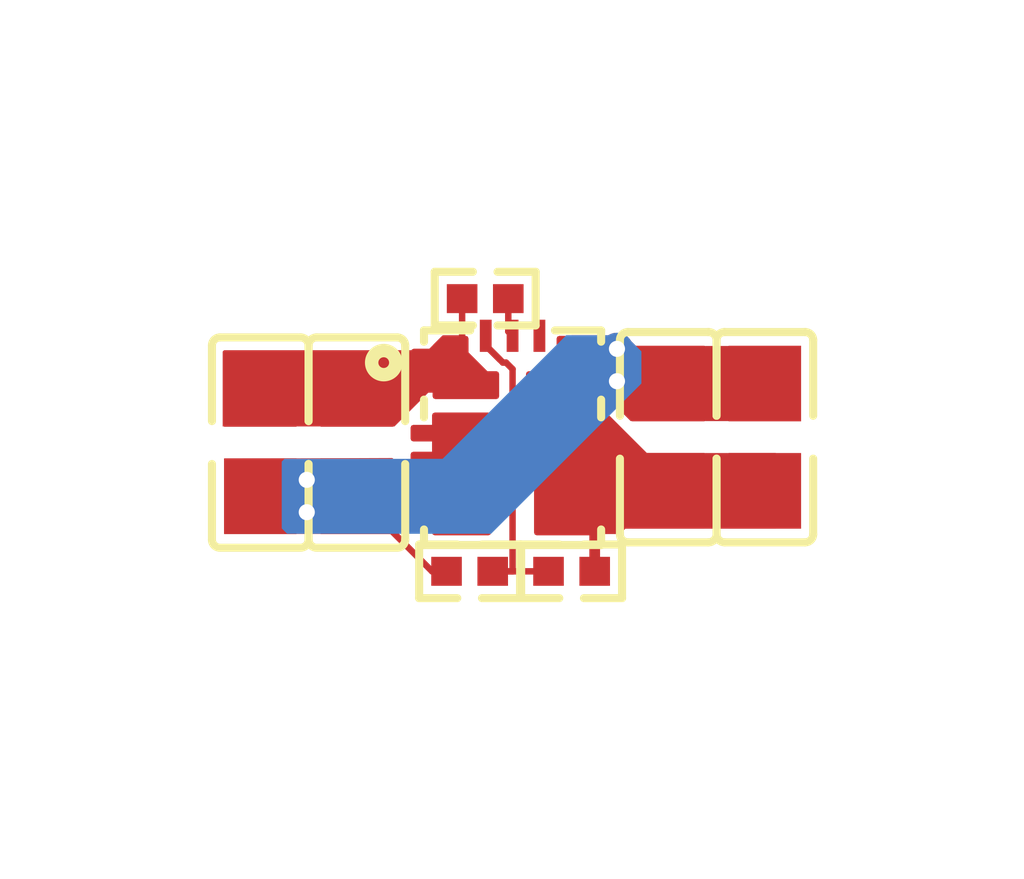
<source format=kicad_pcb>
(kicad_pcb (version 20241229) (generator "pcbnew") (generator_version "9.0")
  (layers (0 "F.Cu" signal) (2 "B.Cu" signal) (13 "F.Paste" user) (15 "B.Paste" user) (5 "F.SilkS" user "F.Silkscreen") (7 "B.SilkS" user "B.Silkscreen") (1 "F.Mask" user) (3 "B.Mask" user) (25 "Edge.Cuts" user))
  (net 0 "")
  (net 1 "power-VCC")
  (net 2 "VDIV_OUTPUT")
  (net 3 "GND")
  (net 4 "PG")
  (net 5 "SW")
  (net 6 "EN")
  (net 7 "power_in-VCC")
  (footprint "UNI_ROYAL_0402WGF1002TCE:R0402" (layer "F.Cu") (at 121.9 62 180)
    (property "Reference" "R2" (hide yes))
    (property "Value" "10kΩ ±1% 62.5mW")
    (fp_line (start 0.94 0.5) (end 0.94 -0.5) (stroke (width 0.15)) (layer "F.SilkS"))
    (fp_line (start 0.94 -0.5) (end 0.23 -0.5) (stroke (width 0.15)) (layer "F.SilkS"))
    (fp_line (start 0.23 0.5) (end 0.94 0.5) (stroke (width 0.15)) (layer "F.SilkS"))
    (fp_line (start -0.23 0.5) (end -0.94 0.5) (stroke (width 0.15)) (layer "F.SilkS"))
    (fp_line (start -0.94 0.5) (end -0.94 -0.5) (stroke (width 0.15)) (layer "F.SilkS"))
    (fp_line (start -0.94 -0.5) (end -0.23 -0.5) (stroke (width 0.15)) (layer "F.SilkS"))
    (pad "1" smd rect (at -0.43 0 180) (size 0.57 0.54) (layers "F.Cu" "F.Mask" "F.Paste") (net 1 "power-VCC"))
    (pad "2" smd rect (at 0.43 0 180) (size 0.57 0.54) (layers "F.Cu" "F.Mask" "F.Paste") (net 2 "VDIV_OUTPUT"))
  )
  (footprint "Murata_Electronics_GRM21BZ71A226ME15L:C0805" (layer "F.Cu") (at 123.7 59.5 90)
    (property "Reference" "C4" (hide yes))
    (property "Value" "22µF ±20% 10V X7R")
    (fp_line (start 1.81 -0.9) (end 0.4 -0.9) (stroke (width 0.15)) (layer "F.SilkS"))
    (fp_line (start -1.81 -0.9) (end -0.4 -0.9) (stroke (width 0.15)) (layer "F.SilkS"))
    (fp_line (start 1.96 0.75) (end 1.96 -0.75) (stroke (width 0.15)) (layer "F.SilkS"))
    (fp_line (start -1.96 0.75) (end -1.96 -0.75) (stroke (width 0.15)) (layer "F.SilkS"))
    (fp_line (start 0.4 0.9) (end 1.81 0.9) (stroke (width 0.15)) (layer "F.SilkS"))
    (fp_line (start -0.4 0.9) (end -1.81 0.9) (stroke (width 0.15)) (layer "F.SilkS"))
    (fp_arc (start 1.81 -0.9) (mid 1.916066 -0.856066) (end 1.96 -0.75) (stroke (width 0.15)) (layer "F.SilkS"))
    (fp_arc (start -1.96 -0.75) (mid -1.916066 -0.856066) (end -1.81 -0.9) (stroke (width 0.15)) (layer "F.SilkS"))
    (fp_arc (start 1.96 0.75) (mid 1.916066 0.856066) (end 1.81 0.9) (stroke (width 0.15)) (layer "F.SilkS"))
    (fp_arc (start -1.81 0.9) (mid -1.916066 0.856066) (end -1.96 0.75) (stroke (width 0.15)) (layer "F.SilkS"))
    (pad "1" smd rect (at -1 0 90) (size 1.41 1.35) (layers "F.Cu" "F.Mask" "F.Paste") (net 1 "power-VCC"))
    (pad "2" smd rect (at 1 0 90) (size 1.41 1.35) (layers "F.Cu" "F.Mask" "F.Paste") (net 3 "GND"))
  )
  (footprint "UNI_ROYAL_0402WGF1002TCE:R0402" (layer "F.Cu") (at 120.290239 56.917233 0)
    (property "Reference" "R3" (hide yes))
    (property "Value" "10kΩ ±1% 62.5mW")
    (fp_line (start -0.94 -0.5) (end -0.23 -0.5) (stroke (width 0.15)) (layer "F.SilkS"))
    (fp_line (start -0.94 0.5) (end -0.94 -0.5) (stroke (width 0.15)) (layer "F.SilkS"))
    (fp_line (start -0.23 0.5) (end -0.94 0.5) (stroke (width 0.15)) (layer "F.SilkS"))
    (fp_line (start 0.23 0.5) (end 0.94 0.5) (stroke (width 0.15)) (layer "F.SilkS"))
    (fp_line (start 0.94 -0.5) (end 0.23 -0.5) (stroke (width 0.15)) (layer "F.SilkS"))
    (fp_line (start 0.94 0.5) (end 0.94 -0.5) (stroke (width 0.15)) (layer "F.SilkS"))
    (pad "1" smd rect (at -0.43 0 0) (size 0.57 0.54) (layers "F.Cu" "F.Mask" "F.Paste") (net 7 "power_in-VCC"))
    (pad "2" smd rect (at 0.43 0 0) (size 0.57 0.54) (layers "F.Cu" "F.Mask" "F.Paste") (net 6 "EN"))
  )
  (footprint "UNI_ROYAL_0402WGF1002TCE:R0402" (layer "F.Cu") (at 120 62 180)
    (property "Reference" "R1" (hide yes))
    (property "Value" "10kΩ ±1% 62.5mW")
    (fp_line (start 0.94 0.5) (end 0.94 -0.5) (stroke (width 0.15)) (layer "F.SilkS"))
    (fp_line (start 0.94 -0.5) (end 0.23 -0.5) (stroke (width 0.15)) (layer "F.SilkS"))
    (fp_line (start 0.23 0.5) (end 0.94 0.5) (stroke (width 0.15)) (layer "F.SilkS"))
    (fp_line (start -0.23 0.5) (end -0.94 0.5) (stroke (width 0.15)) (layer "F.SilkS"))
    (fp_line (start -0.94 0.5) (end -0.94 -0.5) (stroke (width 0.15)) (layer "F.SilkS"))
    (fp_line (start -0.94 -0.5) (end -0.23 -0.5) (stroke (width 0.15)) (layer "F.SilkS"))
    (pad "1" smd rect (at -0.43 0 180) (size 0.57 0.54) (layers "F.Cu" "F.Mask" "F.Paste") (net 2 "VDIV_OUTPUT"))
    (pad "2" smd rect (at 0.43 0 180) (size 0.57 0.54) (layers "F.Cu" "F.Mask" "F.Paste") (net 3 "GND"))
  )
  (footprint "Murata_Electronics_GRM21BZ71E106KE15L:C0805" (layer "F.Cu") (at 117.9 59.6 -90)
    (property "Reference" "C2" (hide yes))
    (property "Value" "10µF ±10% 25V X7R")
    (fp_line (start -0.4 0.9) (end -1.81 0.9) (stroke (width 0.15)) (layer "F.SilkS"))
    (fp_line (start 0.4 0.9) (end 1.81 0.9) (stroke (width 0.15)) (layer "F.SilkS"))
    (fp_line (start -1.96 0.75) (end -1.96 -0.75) (stroke (width 0.15)) (layer "F.SilkS"))
    (fp_line (start 1.96 0.75) (end 1.96 -0.75) (stroke (width 0.15)) (layer "F.SilkS"))
    (fp_line (start -1.81 -0.9) (end -0.4 -0.9) (stroke (width 0.15)) (layer "F.SilkS"))
    (fp_line (start 1.81 -0.9) (end 0.4 -0.9) (stroke (width 0.15)) (layer "F.SilkS"))
    (fp_arc (start -1.81 0.9) (mid -1.916066 0.856066) (end -1.96 0.75) (stroke (width 0.15)) (layer "F.SilkS"))
    (fp_arc (start 1.96 0.75) (mid 1.916066 0.856066) (end 1.81 0.9) (stroke (width 0.15)) (layer "F.SilkS"))
    (fp_arc (start -1.96 -0.75) (mid -1.916066 -0.856066) (end -1.81 -0.9) (stroke (width 0.15)) (layer "F.SilkS"))
    (fp_arc (start 1.81 -0.9) (mid 1.916066 -0.856066) (end 1.96 -0.75) (stroke (width 0.15)) (layer "F.SilkS"))
    (pad "1" smd rect (at -1 0 270) (size 1.41 1.35) (layers "F.Cu" "F.Mask" "F.Paste") (net 7 "power_in-VCC"))
    (pad "2" smd rect (at 1 0 270) (size 1.41 1.35) (layers "F.Cu" "F.Mask" "F.Paste") (net 3 "GND"))
  )
  (footprint "Murata_Electronics_GRM21BZ71E106KE15L:C0805" (layer "F.Cu") (at 116.1 59.6 -90)
    (property "Reference" "C1" (hide yes))
    (property "Value" "10µF ±10% 25V X7R")
    (fp_line (start -0.4 0.9) (end -1.81 0.9) (stroke (width 0.15)) (layer "F.SilkS"))
    (fp_line (start 0.4 0.9) (end 1.81 0.9) (stroke (width 0.15)) (layer "F.SilkS"))
    (fp_line (start -1.96 0.75) (end -1.96 -0.75) (stroke (width 0.15)) (layer "F.SilkS"))
    (fp_line (start 1.96 0.75) (end 1.96 -0.75) (stroke (width 0.15)) (layer "F.SilkS"))
    (fp_line (start -1.81 -0.9) (end -0.4 -0.9) (stroke (width 0.15)) (layer "F.SilkS"))
    (fp_line (start 1.81 -0.9) (end 0.4 -0.9) (stroke (width 0.15)) (layer "F.SilkS"))
    (fp_arc (start -1.81 0.9) (mid -1.916066 0.856066) (end -1.96 0.75) (stroke (width 0.15)) (layer "F.SilkS"))
    (fp_arc (start 1.96 0.75) (mid 1.916066 0.856066) (end 1.81 0.9) (stroke (width 0.15)) (layer "F.SilkS"))
    (fp_arc (start -1.96 -0.75) (mid -1.916066 -0.856066) (end -1.81 -0.9) (stroke (width 0.15)) (layer "F.SilkS"))
    (fp_arc (start 1.81 -0.9) (mid 1.916066 -0.856066) (end 1.96 -0.75) (stroke (width 0.15)) (layer "F.SilkS"))
    (pad "1" smd rect (at -1 0 270) (size 1.41 1.35) (layers "F.Cu" "F.Mask" "F.Paste") (net 7 "power_in-VCC"))
    (pad "2" smd rect (at 1 0 270) (size 1.41 1.35) (layers "F.Cu" "F.Mask" "F.Paste") (net 3 "GND"))
  )
  (footprint "TEXAS_INSTRUMENTS_TPSM863257RDXR:QFN-7_L4.0-W3.3_TPSM863257RDXR" (layer "F.Cu") (at 120.8 58.9 0)
    (property "Reference" "U1" (hide yes))
    (property "Value" "")
    (fp_line (start -1.65 -1.39) (end -1.65 -1.18) (stroke (width 0.15)) (layer "F.SilkS"))
    (fp_line (start -1.65 0.23) (end -1.65 -0.1) (stroke (width 0.15)) (layer "F.SilkS"))
    (fp_line (start -1.65 2.61) (end -1.65 2.32) (stroke (width 0.15)) (layer "F.SilkS"))
    (fp_line (start -1.65 2.61) (end 1.65 2.61) (stroke (width 0.15)) (layer "F.SilkS"))
    (fp_line (start -0.79 -1.39) (end -1.65 -1.39) (stroke (width 0.15)) (layer "F.SilkS"))
    (fp_line (start 1.65 -1.39) (end 0.79 -1.39) (stroke (width 0.15)) (layer "F.SilkS"))
    (fp_line (start 1.65 -1.18) (end 1.65 -1.39) (stroke (width 0.15)) (layer "F.SilkS"))
    (fp_line (start 1.65 0.23) (end 1.65 -0.1) (stroke (width 0.15)) (layer "F.SilkS"))
    (fp_line (start 1.65 2.61) (end 1.65 2.32) (stroke (width 0.15)) (layer "F.SilkS"))
    (fp_circle (center -2.4 -0.79) (end -2.3 -0.79) (stroke (width 0.25)) (fill no) (layer "F.SilkS"))
    (pad "1" smd custom (at -0.97 -0.7 0) (size 0.01 0.01) (layers "F.Cu" "F.Mask" "F.Paste") (net 7 "power_in-VCC") (options (clearance outline) (anchor circle)) (primitives (gr_poly (pts (xy 0.1 -0.26) (xy 0.1 -0.54) (xy -0.32 -0.54) (xy -0.47 -0.39) (xy -0.47 -0.3) (xy -0.87 -0.3) (xy -0.87 -0.08) (xy -0.68 -0.08) (xy -0.47 -0.08) (xy -0.47 0.2) (xy -0.68 0.2) (xy -0.87 0.2) (xy -0.87 0.42) (xy -0.68 0.42) (xy -0.47 0.42) (xy -0.47 0.54) (xy 0.67 0.54) (xy 0.67 0.12) (xy 0.48 0.12) (xy 0.1 -0.26)) (width 0.1) (fill yes))))
    (pad "2" smd custom (at -1.05 1.29 0) (size 0.01 0.01) (layers "F.Cu" "F.Mask" "F.Paste") (net 5 "SW") (options (clearance outline) (anchor circle)) (primitives (gr_poly (pts (xy 0.6 1.09) (xy 0.6 -1.1) (xy -0.4 -1.1) (xy -0.4 -0.87) (xy -0.8 -0.87) (xy -0.8 -0.66) (xy -0.4 -0.66) (xy -0.4 -0.37) (xy -0.8 -0.37) (xy -0.8 -0.16) (xy -0.4 -0.16) (xy -0.4 0.13) (xy -0.8 0.13) (xy -0.8 0.34) (xy -0.4 0.34) (xy -0.4 0.63) (xy -0.8 0.63) (xy -0.8 0.84) (xy -0.4 0.84) (xy -0.4 1.09) (xy 0.6 1.09)) (width 0.1) (fill yes))))
    (pad "3" smd custom (at 1.05 1.29 0) (size 0.01 0.01) (layers "F.Cu" "F.Mask" "F.Paste") (net 1 "power-VCC") (options (clearance outline) (anchor circle)) (primitives (gr_poly (pts (xy 0.4 -0.87) (xy 0.4 -1.1) (xy -0.6 -1.1) (xy -0.6 1.09) (xy 0.4 1.09) (xy 0.4 0.84) (xy 0.8 0.84) (xy 0.8 0.63) (xy 0.4 0.63) (xy 0.4 0.34) (xy 0.8 0.34) (xy 0.8 0.13) (xy 0.4 0.13) (xy 0.4 -0.16) (xy 0.8 -0.16) (xy 0.8 -0.37) (xy 0.4 -0.37) (xy 0.4 -0.66) (xy 0.8 -0.66) (xy 0.8 -0.87) (xy 0.4 -0.87)) (width 0.1) (fill yes))))
    (pad "4" smd custom (at 0.98 -0.7 0) (size 0.01 0.01) (layers "F.Cu" "F.Mask" "F.Paste") (net 3 "GND") (options (clearance outline) (anchor circle)) (primitives (gr_poly (pts (xy -0.11 -0.54) (xy -0.11 -0.26) (xy -0.49 0.12) (xy -0.68 0.12) (xy -0.68 0.54) (xy 0.46 0.54) (xy 0.46 0.42) (xy 0.86 0.42) (xy 0.86 0.2) (xy 0.46 0.2) (xy 0.46 -0.08) (xy 0.86 -0.08) (xy 0.86 -0.3) (xy 0.46 -0.3) (xy 0.46 -0.54) (xy -0.11 -0.54)) (width 0.1) (fill yes))))
    (pad "5" smd rect (at 0.5 -1.29 0) (size 0.22 0.6) (layers "F.Cu" "F.Mask" "F.Paste") (net 4 "PG"))
    (pad "6" smd rect (at 0 -1.29 0) (size 0.22 0.6) (layers "F.Cu" "F.Mask" "F.Paste") (net 6 "EN"))
    (pad "7" smd rect (at -0.5 -1.29 0) (size 0.22 0.6) (layers "F.Cu" "F.Mask" "F.Paste") (net 2 "VDIV_OUTPUT"))
  )
  (footprint "Murata_Electronics_GRM21BZ71A226ME15L:C0805" (layer "F.Cu") (at 125.5 59.5 90)
    (property "Reference" "C3" (hide yes))
    (property "Value" "22µF ±20% 10V X7R")
    (fp_line (start 1.81 -0.9) (end 0.4 -0.9) (stroke (width 0.15)) (layer "F.SilkS"))
    (fp_line (start -1.81 -0.9) (end -0.4 -0.9) (stroke (width 0.15)) (layer "F.SilkS"))
    (fp_line (start 1.96 0.75) (end 1.96 -0.75) (stroke (width 0.15)) (layer "F.SilkS"))
    (fp_line (start -1.96 0.75) (end -1.96 -0.75) (stroke (width 0.15)) (layer "F.SilkS"))
    (fp_line (start 0.4 0.9) (end 1.81 0.9) (stroke (width 0.15)) (layer "F.SilkS"))
    (fp_line (start -0.4 0.9) (end -1.81 0.9) (stroke (width 0.15)) (layer "F.SilkS"))
    (fp_arc (start 1.81 -0.9) (mid 1.916066 -0.856066) (end 1.96 -0.75) (stroke (width 0.15)) (layer "F.SilkS"))
    (fp_arc (start -1.96 -0.75) (mid -1.916066 -0.856066) (end -1.81 -0.9) (stroke (width 0.15)) (layer "F.SilkS"))
    (fp_arc (start 1.96 0.75) (mid 1.916066 0.856066) (end 1.81 0.9) (stroke (width 0.15)) (layer "F.SilkS"))
    (fp_arc (start -1.81 0.9) (mid -1.916066 0.856066) (end -1.96 0.75) (stroke (width 0.15)) (layer "F.SilkS"))
    (pad "1" smd rect (at -1 0 90) (size 1.41 1.35) (layers "F.Cu" "F.Mask" "F.Paste") (net 1 "power-VCC"))
    (pad "2" smd rect (at 1 0 90) (size 1.41 1.35) (layers "F.Cu" "F.Mask" "F.Paste") (net 3 "GND"))
  )
  (via (at 122.744648 57.853392) (size 0.6) (drill 0.3) (layers "F.Cu" "B.Cu") (net 3))
  (via (at 116.966393 60.898162) (size 0.6) (drill 0.3) (layers "F.Cu" "B.Cu") (net 3))
  (via (at 122.744648 58.456509) (size 0.6) (drill 0.3) (layers "F.Cu" "B.Cu") (net 3))
  (via (at 116.966393 60.295045) (size 0.6) (drill 0.3) (layers "F.Cu" "B.Cu") (net 3))
  (segment (start 122.33 60.67) (end 121.85 60.19) (width 0.2) (net 1) (layer "F.Cu"))
  (segment (start 122.33 62) (end 122.33 60.67) (width 0.2) (net 1) (layer "F.Cu"))
  (segment (start 120.678984 58.11) (end 120.620138 58.11) (width 0.12) (net 2) (layer "F.Cu"))
  (segment (start 120.3 57.789864) (end 120.3 57.61) (width 0.12) (net 2) (layer "F.Cu"))
  (segment (start 120.3 57.61) (end 120.3 57.789863) (width 0.12) (net 2) (layer "F.Cu"))
  (segment (start 120.3 57.789863) (end 120.561056 58.050919) (width 0.12) (net 2) (layer "F.Cu"))
  (segment (start 121.47 62) (end 120.43 62) (width 0.12) (net 2) (layer "F.Cu"))
  (segment (start 120.8 58.231016) (end 120.678984 58.11) (width 0.12) (net 2) (layer "F.Cu"))
  (segment (start 120.620138 58.11) (end 120.3 57.789864) (width 0.12) (net 2) (layer "F.Cu"))
  (segment (start 120.8 62) (end 120.8 58.231016) (width 0.12) (net 2) (layer "F.Cu"))
  (segment (start 120.43 62) (end 120.8 62) (width 0.12) (net 2) (layer "F.Cu"))
  (segment (start 119.57 62) (end 119.3 62) (width 0.12) (net 3) (layer "F.Cu"))
  (segment (start 119.3 62) (end 117.9 60.6) (width 0.12) (net 3) (layer "F.Cu"))
  (segment (start 120.720239 57.530239) (end 120.8 57.61) (width 0.12) (net 6) (layer "F.Cu"))
  (segment (start 120.720239 56.917233) (end 120.720239 57.530239) (width 0.12) (net 6) (layer "F.Cu"))
  (segment (start 119.860239 56.917233) (end 119.860239 58.169761) (width 0.12) (net 7) (layer "F.Cu"))
  (segment (start 119.860239 58.169761) (end 119.83 58.2) (width 0.12) (net 7) (layer "F.Cu"))
  (gr_poly (pts (xy 115.42537 57.878708) (xy 119.221292 57.878708) (xy 119.5 57.6) (xy 119.8 57.6) (xy 119.9 57.7) (xy 119.9 58) (xy 118.6 59.3) (xy 115.4 59.3) (xy 115.4 57.904078)) (fill yes) (layer "F.Cu"))
  (gr_poly (pts (xy 121.1 58.8) (xy 122.6 58.8) (xy 123 59.2) (xy 125.7 59.2) (xy 125.8 59.1) (xy 125.8 57.8) (xy 123.1 57.8) (xy 122.9 57.6) (xy 121.9 57.6) (xy 121.1 58.4)) (fill yes) (layer "F.Cu"))
  (gr_poly (pts (xy 122.153544 59.040274) (xy 122.540274 59.040274) (xy 123.3 59.8) (xy 125.7 59.8) (xy 125.7 61.2) (xy 122.9 61.2) (xy 122.8 61.3) (xy 122 61.3) (xy 121.9 61.2) (xy 121.9 59.293818)) (stroke (width 0.01)) (fill yes) (layer "F.Cu"))
  (gr_poly (pts (xy 115.435203 59.899317) (xy 118.564243 59.888602) (xy 118.564243 61.303099) (xy 115.435203 61.303099) (xy 115.456692 61.234468) (xy 115.449892 61.091666) (xy 115.435203 60.735203)) (fill yes) (layers "F.Cu" "F.Mask"))
  (gr_poly (pts (xy 116.552301 59.903201) (xy 119.496799 59.903201) (xy 121.8 57.6) (xy 122.9 57.6) (xy 123.2 57.9) (xy 123.2 58.5) (xy 120.4 61.3) (xy 116.6 61.3) (xy 116.5 61.2) (xy 116.5 59.955502)) (fill yes) (layer "B.Cu"))
)
</source>
